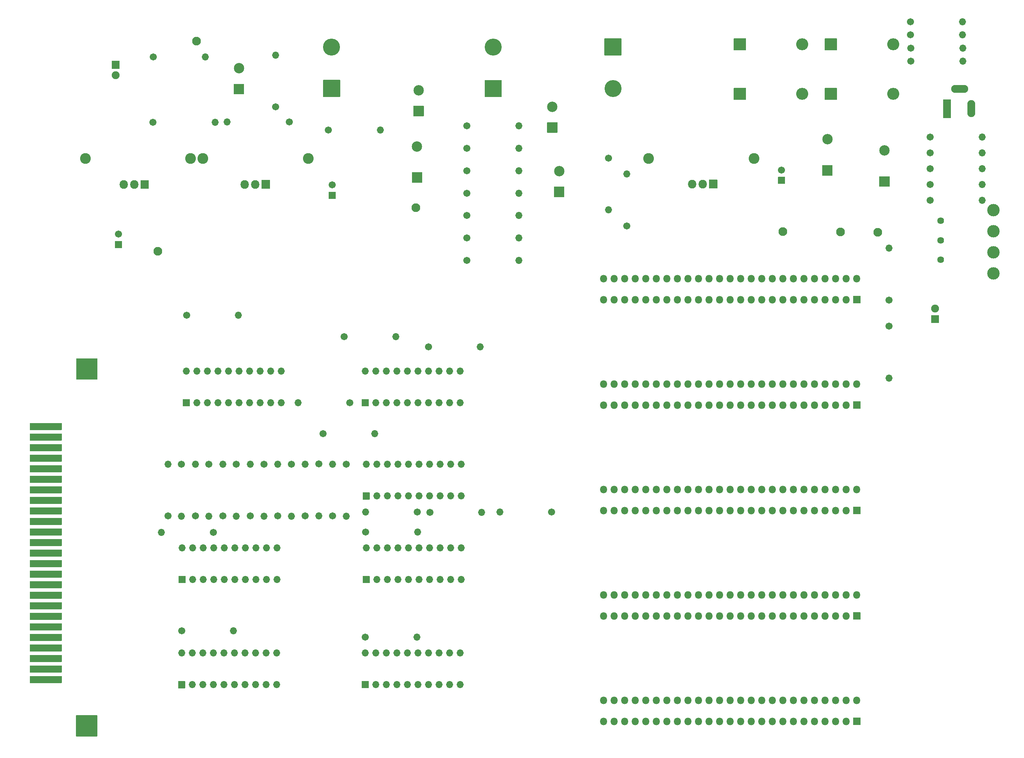
<source format=gbr>
G04 #@! TF.GenerationSoftware,KiCad,Pcbnew,5.1.8-5.1.8*
G04 #@! TF.CreationDate,2021-08-17T15:28:24-07:00*
G04 #@! TF.ProjectId,1090,31303930-2e6b-4696-9361-645f70636258,rev?*
G04 #@! TF.SameCoordinates,Original*
G04 #@! TF.FileFunction,Soldermask,Top*
G04 #@! TF.FilePolarity,Negative*
%FSLAX46Y46*%
G04 Gerber Fmt 4.6, Leading zero omitted, Abs format (unit mm)*
G04 Created by KiCad (PCBNEW 5.1.8-5.1.8) date 2021-08-17 15:28:24*
%MOMM*%
%LPD*%
G01*
G04 APERTURE LIST*
%ADD10C,2.997600*%
%ADD11C,1.626000*%
%ADD12O,1.802000X1.802000*%
%ADD13C,2.602000*%
%ADD14O,4.102000X1.902000*%
%ADD15O,1.902000X4.102000*%
%ADD16C,1.702000*%
%ADD17O,1.702000X1.702000*%
%ADD18C,1.902000*%
%ADD19O,2.902000X2.902000*%
%ADD20C,4.102000*%
%ADD21C,2.502000*%
%ADD22O,2.007000X2.102000*%
%ADD23C,2.102000*%
G04 APERTURE END LIST*
D10*
X532511000Y-172720000D03*
X532511000Y-187960000D03*
X532511000Y-182880000D03*
X532511000Y-177800000D03*
D11*
X519811000Y-184660001D03*
X519811000Y-179960001D03*
X519811000Y-175260000D03*
D12*
X438650000Y-290810000D03*
X438650000Y-295890000D03*
X441190000Y-290810000D03*
X441190000Y-295890000D03*
X443730000Y-290810000D03*
X443730000Y-295890000D03*
X446270000Y-290810000D03*
X446270000Y-295890000D03*
X448810000Y-290810000D03*
X448810000Y-295890000D03*
X451350000Y-290810000D03*
X451350000Y-295890000D03*
X453890000Y-290810000D03*
X453890000Y-295890000D03*
X456430000Y-290810000D03*
X456430000Y-295890000D03*
X458970000Y-290810000D03*
X458970000Y-295890000D03*
X461510000Y-290810000D03*
X461510000Y-295890000D03*
X464050000Y-290810000D03*
X464050000Y-295890000D03*
X466590000Y-290810000D03*
X466590000Y-295890000D03*
X469130000Y-290810000D03*
X469130000Y-295890000D03*
X471670000Y-290810000D03*
X471670000Y-295890000D03*
X474210000Y-290810000D03*
X474210000Y-295890000D03*
X476750000Y-290810000D03*
X476750000Y-295890000D03*
X479290000Y-290810000D03*
X479290000Y-295890000D03*
X481830000Y-290810000D03*
X481830000Y-295890000D03*
X484370000Y-290810000D03*
X484370000Y-295890000D03*
X486910000Y-290810000D03*
X486910000Y-295890000D03*
X489450000Y-290810000D03*
X489450000Y-295890000D03*
X491990000Y-290810000D03*
X491990000Y-295890000D03*
X494530000Y-290810000D03*
X494530000Y-295890000D03*
X497070000Y-290810000D03*
X497070000Y-295890000D03*
X499610000Y-290810000D03*
G36*
G01*
X498760000Y-294989000D02*
X500460000Y-294989000D01*
G75*
G02*
X500511000Y-295040000I0J-51000D01*
G01*
X500511000Y-296740000D01*
G75*
G02*
X500460000Y-296791000I-51000J0D01*
G01*
X498760000Y-296791000D01*
G75*
G02*
X498709000Y-296740000I0J51000D01*
G01*
X498709000Y-295040000D01*
G75*
G02*
X498760000Y-294989000I51000J0D01*
G01*
G37*
X438650000Y-189200000D03*
X438650000Y-194280000D03*
X441190000Y-189200000D03*
X441190000Y-194280000D03*
X443730000Y-189200000D03*
X443730000Y-194280000D03*
X446270000Y-189200000D03*
X446270000Y-194280000D03*
X448810000Y-189200000D03*
X448810000Y-194280000D03*
X451350000Y-189200000D03*
X451350000Y-194280000D03*
X453890000Y-189200000D03*
X453890000Y-194280000D03*
X456430000Y-189200000D03*
X456430000Y-194280000D03*
X458970000Y-189200000D03*
X458970000Y-194280000D03*
X461510000Y-189200000D03*
X461510000Y-194280000D03*
X464050000Y-189200000D03*
X464050000Y-194280000D03*
X466590000Y-189200000D03*
X466590000Y-194280000D03*
X469130000Y-189200000D03*
X469130000Y-194280000D03*
X471670000Y-189200000D03*
X471670000Y-194280000D03*
X474210000Y-189200000D03*
X474210000Y-194280000D03*
X476750000Y-189200000D03*
X476750000Y-194280000D03*
X479290000Y-189200000D03*
X479290000Y-194280000D03*
X481830000Y-189200000D03*
X481830000Y-194280000D03*
X484370000Y-189200000D03*
X484370000Y-194280000D03*
X486910000Y-189200000D03*
X486910000Y-194280000D03*
X489450000Y-189200000D03*
X489450000Y-194280000D03*
X491990000Y-189200000D03*
X491990000Y-194280000D03*
X494530000Y-189200000D03*
X494530000Y-194280000D03*
X497070000Y-189200000D03*
X497070000Y-194280000D03*
X499610000Y-189200000D03*
G36*
G01*
X498760000Y-193379000D02*
X500460000Y-193379000D01*
G75*
G02*
X500511000Y-193430000I0J-51000D01*
G01*
X500511000Y-195130000D01*
G75*
G02*
X500460000Y-195181000I-51000J0D01*
G01*
X498760000Y-195181000D01*
G75*
G02*
X498709000Y-195130000I0J51000D01*
G01*
X498709000Y-193430000D01*
G75*
G02*
X498760000Y-193379000I51000J0D01*
G01*
G37*
X438660000Y-214610000D03*
X438660000Y-219690000D03*
X441200000Y-214610000D03*
X441200000Y-219690000D03*
X443740000Y-214610000D03*
X443740000Y-219690000D03*
X446280000Y-214610000D03*
X446280000Y-219690000D03*
X448820000Y-214610000D03*
X448820000Y-219690000D03*
X451360000Y-214610000D03*
X451360000Y-219690000D03*
X453900000Y-214610000D03*
X453900000Y-219690000D03*
X456440000Y-214610000D03*
X456440000Y-219690000D03*
X458980000Y-214610000D03*
X458980000Y-219690000D03*
X461520000Y-214610000D03*
X461520000Y-219690000D03*
X464060000Y-214610000D03*
X464060000Y-219690000D03*
X466600000Y-214610000D03*
X466600000Y-219690000D03*
X469140000Y-214610000D03*
X469140000Y-219690000D03*
X471680000Y-214610000D03*
X471680000Y-219690000D03*
X474220000Y-214610000D03*
X474220000Y-219690000D03*
X476760000Y-214610000D03*
X476760000Y-219690000D03*
X479300000Y-214610000D03*
X479300000Y-219690000D03*
X481840000Y-214610000D03*
X481840000Y-219690000D03*
X484380000Y-214610000D03*
X484380000Y-219690000D03*
X486920000Y-214610000D03*
X486920000Y-219690000D03*
X489460000Y-214610000D03*
X489460000Y-219690000D03*
X492000000Y-214610000D03*
X492000000Y-219690000D03*
X494540000Y-214610000D03*
X494540000Y-219690000D03*
X497080000Y-214610000D03*
X497080000Y-219690000D03*
X499620000Y-214610000D03*
G36*
G01*
X498770000Y-218789000D02*
X500470000Y-218789000D01*
G75*
G02*
X500521000Y-218840000I0J-51000D01*
G01*
X500521000Y-220540000D01*
G75*
G02*
X500470000Y-220591000I-51000J0D01*
G01*
X498770000Y-220591000D01*
G75*
G02*
X498719000Y-220540000I0J51000D01*
G01*
X498719000Y-218840000D01*
G75*
G02*
X498770000Y-218789000I51000J0D01*
G01*
G37*
X438660000Y-240000000D03*
X438660000Y-245080000D03*
X441200000Y-240000000D03*
X441200000Y-245080000D03*
X443740000Y-240000000D03*
X443740000Y-245080000D03*
X446280000Y-240000000D03*
X446280000Y-245080000D03*
X448820000Y-240000000D03*
X448820000Y-245080000D03*
X451360000Y-240000000D03*
X451360000Y-245080000D03*
X453900000Y-240000000D03*
X453900000Y-245080000D03*
X456440000Y-240000000D03*
X456440000Y-245080000D03*
X458980000Y-240000000D03*
X458980000Y-245080000D03*
X461520000Y-240000000D03*
X461520000Y-245080000D03*
X464060000Y-240000000D03*
X464060000Y-245080000D03*
X466600000Y-240000000D03*
X466600000Y-245080000D03*
X469140000Y-240000000D03*
X469140000Y-245080000D03*
X471680000Y-240000000D03*
X471680000Y-245080000D03*
X474220000Y-240000000D03*
X474220000Y-245080000D03*
X476760000Y-240000000D03*
X476760000Y-245080000D03*
X479300000Y-240000000D03*
X479300000Y-245080000D03*
X481840000Y-240000000D03*
X481840000Y-245080000D03*
X484380000Y-240000000D03*
X484380000Y-245080000D03*
X486920000Y-240000000D03*
X486920000Y-245080000D03*
X489460000Y-240000000D03*
X489460000Y-245080000D03*
X492000000Y-240000000D03*
X492000000Y-245080000D03*
X494540000Y-240000000D03*
X494540000Y-245080000D03*
X497080000Y-240000000D03*
X497080000Y-245080000D03*
X499620000Y-240000000D03*
G36*
G01*
X498770000Y-244179000D02*
X500470000Y-244179000D01*
G75*
G02*
X500521000Y-244230000I0J-51000D01*
G01*
X500521000Y-245930000D01*
G75*
G02*
X500470000Y-245981000I-51000J0D01*
G01*
X498770000Y-245981000D01*
G75*
G02*
X498719000Y-245930000I0J51000D01*
G01*
X498719000Y-244230000D01*
G75*
G02*
X498770000Y-244179000I51000J0D01*
G01*
G37*
X438640000Y-265410000D03*
X438640000Y-270490000D03*
X441180000Y-265410000D03*
X441180000Y-270490000D03*
X443720000Y-265410000D03*
X443720000Y-270490000D03*
X446260000Y-265410000D03*
X446260000Y-270490000D03*
X448800000Y-265410000D03*
X448800000Y-270490000D03*
X451340000Y-265410000D03*
X451340000Y-270490000D03*
X453880000Y-265410000D03*
X453880000Y-270490000D03*
X456420000Y-265410000D03*
X456420000Y-270490000D03*
X458960000Y-265410000D03*
X458960000Y-270490000D03*
X461500000Y-265410000D03*
X461500000Y-270490000D03*
X464040000Y-265410000D03*
X464040000Y-270490000D03*
X466580000Y-265410000D03*
X466580000Y-270490000D03*
X469120000Y-265410000D03*
X469120000Y-270490000D03*
X471660000Y-265410000D03*
X471660000Y-270490000D03*
X474200000Y-265410000D03*
X474200000Y-270490000D03*
X476740000Y-265410000D03*
X476740000Y-270490000D03*
X479280000Y-265410000D03*
X479280000Y-270490000D03*
X481820000Y-265410000D03*
X481820000Y-270490000D03*
X484360000Y-265410000D03*
X484360000Y-270490000D03*
X486900000Y-265410000D03*
X486900000Y-270490000D03*
X489440000Y-265410000D03*
X489440000Y-270490000D03*
X491980000Y-265410000D03*
X491980000Y-270490000D03*
X494520000Y-265410000D03*
X494520000Y-270490000D03*
X497060000Y-265410000D03*
X497060000Y-270490000D03*
X499600000Y-265410000D03*
G36*
G01*
X498750000Y-269589000D02*
X500450000Y-269589000D01*
G75*
G02*
X500501000Y-269640000I0J-51000D01*
G01*
X500501000Y-271340000D01*
G75*
G02*
X500450000Y-271391000I-51000J0D01*
G01*
X498750000Y-271391000D01*
G75*
G02*
X498699000Y-271340000I0J51000D01*
G01*
X498699000Y-269640000D01*
G75*
G02*
X498750000Y-269589000I51000J0D01*
G01*
G37*
D13*
X474840000Y-160280000D03*
X449460000Y-160280000D03*
X367490000Y-160280000D03*
X313860000Y-160280000D03*
X342120000Y-160280000D03*
X339150000Y-160280000D03*
G36*
G01*
X308100000Y-240913000D02*
X300480000Y-240913000D01*
G75*
G02*
X300429000Y-240862000I0J51000D01*
G01*
X300429000Y-239338000D01*
G75*
G02*
X300480000Y-239287000I51000J0D01*
G01*
X308100000Y-239287000D01*
G75*
G02*
X308151000Y-239338000I0J-51000D01*
G01*
X308151000Y-240862000D01*
G75*
G02*
X308100000Y-240913000I-51000J0D01*
G01*
G37*
G36*
G01*
X308100000Y-248533000D02*
X300480000Y-248533000D01*
G75*
G02*
X300429000Y-248482000I0J51000D01*
G01*
X300429000Y-246958000D01*
G75*
G02*
X300480000Y-246907000I51000J0D01*
G01*
X308100000Y-246907000D01*
G75*
G02*
X308151000Y-246958000I0J-51000D01*
G01*
X308151000Y-248482000D01*
G75*
G02*
X308100000Y-248533000I-51000J0D01*
G01*
G37*
G36*
G01*
X308100000Y-238373000D02*
X300480000Y-238373000D01*
G75*
G02*
X300429000Y-238322000I0J51000D01*
G01*
X300429000Y-236798000D01*
G75*
G02*
X300480000Y-236747000I51000J0D01*
G01*
X308100000Y-236747000D01*
G75*
G02*
X308151000Y-236798000I0J-51000D01*
G01*
X308151000Y-238322000D01*
G75*
G02*
X308100000Y-238373000I-51000J0D01*
G01*
G37*
G36*
G01*
X308100000Y-243453000D02*
X300480000Y-243453000D01*
G75*
G02*
X300429000Y-243402000I0J51000D01*
G01*
X300429000Y-241878000D01*
G75*
G02*
X300480000Y-241827000I51000J0D01*
G01*
X308100000Y-241827000D01*
G75*
G02*
X308151000Y-241878000I0J-51000D01*
G01*
X308151000Y-243402000D01*
G75*
G02*
X308100000Y-243453000I-51000J0D01*
G01*
G37*
G36*
G01*
X308100000Y-245993000D02*
X300480000Y-245993000D01*
G75*
G02*
X300429000Y-245942000I0J51000D01*
G01*
X300429000Y-244418000D01*
G75*
G02*
X300480000Y-244367000I51000J0D01*
G01*
X308100000Y-244367000D01*
G75*
G02*
X308151000Y-244418000I0J-51000D01*
G01*
X308151000Y-245942000D01*
G75*
G02*
X308100000Y-245993000I-51000J0D01*
G01*
G37*
G36*
G01*
X308100000Y-233293000D02*
X300480000Y-233293000D01*
G75*
G02*
X300429000Y-233242000I0J51000D01*
G01*
X300429000Y-231718000D01*
G75*
G02*
X300480000Y-231667000I51000J0D01*
G01*
X308100000Y-231667000D01*
G75*
G02*
X308151000Y-231718000I0J-51000D01*
G01*
X308151000Y-233242000D01*
G75*
G02*
X308100000Y-233293000I-51000J0D01*
G01*
G37*
G36*
G01*
X308100000Y-230753000D02*
X300480000Y-230753000D01*
G75*
G02*
X300429000Y-230702000I0J51000D01*
G01*
X300429000Y-229178000D01*
G75*
G02*
X300480000Y-229127000I51000J0D01*
G01*
X308100000Y-229127000D01*
G75*
G02*
X308151000Y-229178000I0J-51000D01*
G01*
X308151000Y-230702000D01*
G75*
G02*
X308100000Y-230753000I-51000J0D01*
G01*
G37*
G36*
G01*
X308100000Y-225673000D02*
X300480000Y-225673000D01*
G75*
G02*
X300429000Y-225622000I0J51000D01*
G01*
X300429000Y-224098000D01*
G75*
G02*
X300480000Y-224047000I51000J0D01*
G01*
X308100000Y-224047000D01*
G75*
G02*
X308151000Y-224098000I0J-51000D01*
G01*
X308151000Y-225622000D01*
G75*
G02*
X308100000Y-225673000I-51000J0D01*
G01*
G37*
G36*
G01*
X308100000Y-235833000D02*
X300480000Y-235833000D01*
G75*
G02*
X300429000Y-235782000I0J51000D01*
G01*
X300429000Y-234258000D01*
G75*
G02*
X300480000Y-234207000I51000J0D01*
G01*
X308100000Y-234207000D01*
G75*
G02*
X308151000Y-234258000I0J-51000D01*
G01*
X308151000Y-235782000D01*
G75*
G02*
X308100000Y-235833000I-51000J0D01*
G01*
G37*
G36*
G01*
X308100000Y-228213000D02*
X300480000Y-228213000D01*
G75*
G02*
X300429000Y-228162000I0J51000D01*
G01*
X300429000Y-226638000D01*
G75*
G02*
X300480000Y-226587000I51000J0D01*
G01*
X308100000Y-226587000D01*
G75*
G02*
X308151000Y-226638000I0J-51000D01*
G01*
X308151000Y-228162000D01*
G75*
G02*
X308100000Y-228213000I-51000J0D01*
G01*
G37*
G36*
G01*
X308100000Y-286633000D02*
X300480000Y-286633000D01*
G75*
G02*
X300429000Y-286582000I0J51000D01*
G01*
X300429000Y-285058000D01*
G75*
G02*
X300480000Y-285007000I51000J0D01*
G01*
X308100000Y-285007000D01*
G75*
G02*
X308151000Y-285058000I0J-51000D01*
G01*
X308151000Y-286582000D01*
G75*
G02*
X308100000Y-286633000I-51000J0D01*
G01*
G37*
G36*
G01*
X308100000Y-284093000D02*
X300480000Y-284093000D01*
G75*
G02*
X300429000Y-284042000I0J51000D01*
G01*
X300429000Y-282518000D01*
G75*
G02*
X300480000Y-282467000I51000J0D01*
G01*
X308100000Y-282467000D01*
G75*
G02*
X308151000Y-282518000I0J-51000D01*
G01*
X308151000Y-284042000D01*
G75*
G02*
X308100000Y-284093000I-51000J0D01*
G01*
G37*
G36*
G01*
X308100000Y-281553000D02*
X300480000Y-281553000D01*
G75*
G02*
X300429000Y-281502000I0J51000D01*
G01*
X300429000Y-279978000D01*
G75*
G02*
X300480000Y-279927000I51000J0D01*
G01*
X308100000Y-279927000D01*
G75*
G02*
X308151000Y-279978000I0J-51000D01*
G01*
X308151000Y-281502000D01*
G75*
G02*
X308100000Y-281553000I-51000J0D01*
G01*
G37*
G36*
G01*
X308100000Y-279013000D02*
X300480000Y-279013000D01*
G75*
G02*
X300429000Y-278962000I0J51000D01*
G01*
X300429000Y-277438000D01*
G75*
G02*
X300480000Y-277387000I51000J0D01*
G01*
X308100000Y-277387000D01*
G75*
G02*
X308151000Y-277438000I0J-51000D01*
G01*
X308151000Y-278962000D01*
G75*
G02*
X308100000Y-279013000I-51000J0D01*
G01*
G37*
G36*
G01*
X308100000Y-276473000D02*
X300480000Y-276473000D01*
G75*
G02*
X300429000Y-276422000I0J51000D01*
G01*
X300429000Y-274898000D01*
G75*
G02*
X300480000Y-274847000I51000J0D01*
G01*
X308100000Y-274847000D01*
G75*
G02*
X308151000Y-274898000I0J-51000D01*
G01*
X308151000Y-276422000D01*
G75*
G02*
X308100000Y-276473000I-51000J0D01*
G01*
G37*
G36*
G01*
X308100000Y-273933000D02*
X300480000Y-273933000D01*
G75*
G02*
X300429000Y-273882000I0J51000D01*
G01*
X300429000Y-272358000D01*
G75*
G02*
X300480000Y-272307000I51000J0D01*
G01*
X308100000Y-272307000D01*
G75*
G02*
X308151000Y-272358000I0J-51000D01*
G01*
X308151000Y-273882000D01*
G75*
G02*
X308100000Y-273933000I-51000J0D01*
G01*
G37*
G36*
G01*
X308100000Y-271393000D02*
X300480000Y-271393000D01*
G75*
G02*
X300429000Y-271342000I0J51000D01*
G01*
X300429000Y-269818000D01*
G75*
G02*
X300480000Y-269767000I51000J0D01*
G01*
X308100000Y-269767000D01*
G75*
G02*
X308151000Y-269818000I0J-51000D01*
G01*
X308151000Y-271342000D01*
G75*
G02*
X308100000Y-271393000I-51000J0D01*
G01*
G37*
G36*
G01*
X308100000Y-268853000D02*
X300480000Y-268853000D01*
G75*
G02*
X300429000Y-268802000I0J51000D01*
G01*
X300429000Y-267278000D01*
G75*
G02*
X300480000Y-267227000I51000J0D01*
G01*
X308100000Y-267227000D01*
G75*
G02*
X308151000Y-267278000I0J-51000D01*
G01*
X308151000Y-268802000D01*
G75*
G02*
X308100000Y-268853000I-51000J0D01*
G01*
G37*
G36*
G01*
X308100000Y-266313000D02*
X300480000Y-266313000D01*
G75*
G02*
X300429000Y-266262000I0J51000D01*
G01*
X300429000Y-264738000D01*
G75*
G02*
X300480000Y-264687000I51000J0D01*
G01*
X308100000Y-264687000D01*
G75*
G02*
X308151000Y-264738000I0J-51000D01*
G01*
X308151000Y-266262000D01*
G75*
G02*
X308100000Y-266313000I-51000J0D01*
G01*
G37*
G36*
G01*
X308100000Y-263773000D02*
X300480000Y-263773000D01*
G75*
G02*
X300429000Y-263722000I0J51000D01*
G01*
X300429000Y-262198000D01*
G75*
G02*
X300480000Y-262147000I51000J0D01*
G01*
X308100000Y-262147000D01*
G75*
G02*
X308151000Y-262198000I0J-51000D01*
G01*
X308151000Y-263722000D01*
G75*
G02*
X308100000Y-263773000I-51000J0D01*
G01*
G37*
G36*
G01*
X308100000Y-261233000D02*
X300480000Y-261233000D01*
G75*
G02*
X300429000Y-261182000I0J51000D01*
G01*
X300429000Y-259658000D01*
G75*
G02*
X300480000Y-259607000I51000J0D01*
G01*
X308100000Y-259607000D01*
G75*
G02*
X308151000Y-259658000I0J-51000D01*
G01*
X308151000Y-261182000D01*
G75*
G02*
X308100000Y-261233000I-51000J0D01*
G01*
G37*
G36*
G01*
X308100000Y-258693000D02*
X300480000Y-258693000D01*
G75*
G02*
X300429000Y-258642000I0J51000D01*
G01*
X300429000Y-257118000D01*
G75*
G02*
X300480000Y-257067000I51000J0D01*
G01*
X308100000Y-257067000D01*
G75*
G02*
X308151000Y-257118000I0J-51000D01*
G01*
X308151000Y-258642000D01*
G75*
G02*
X308100000Y-258693000I-51000J0D01*
G01*
G37*
G36*
G01*
X308100000Y-256153000D02*
X300480000Y-256153000D01*
G75*
G02*
X300429000Y-256102000I0J51000D01*
G01*
X300429000Y-254578000D01*
G75*
G02*
X300480000Y-254527000I51000J0D01*
G01*
X308100000Y-254527000D01*
G75*
G02*
X308151000Y-254578000I0J-51000D01*
G01*
X308151000Y-256102000D01*
G75*
G02*
X308100000Y-256153000I-51000J0D01*
G01*
G37*
G36*
G01*
X308100000Y-253613000D02*
X300480000Y-253613000D01*
G75*
G02*
X300429000Y-253562000I0J51000D01*
G01*
X300429000Y-252038000D01*
G75*
G02*
X300480000Y-251987000I51000J0D01*
G01*
X308100000Y-251987000D01*
G75*
G02*
X308151000Y-252038000I0J-51000D01*
G01*
X308151000Y-253562000D01*
G75*
G02*
X308100000Y-253613000I-51000J0D01*
G01*
G37*
G36*
G01*
X308100000Y-251073000D02*
X300480000Y-251073000D01*
G75*
G02*
X300429000Y-251022000I0J51000D01*
G01*
X300429000Y-249498000D01*
G75*
G02*
X300480000Y-249447000I51000J0D01*
G01*
X308100000Y-249447000D01*
G75*
G02*
X308151000Y-249498000I0J-51000D01*
G01*
X308151000Y-251022000D01*
G75*
G02*
X308100000Y-251073000I-51000J0D01*
G01*
G37*
D14*
X524357000Y-143469000D03*
D15*
X527157000Y-148269000D03*
G36*
G01*
X522257000Y-150520000D02*
X520457000Y-150520000D01*
G75*
G02*
X520406000Y-150469000I0J51000D01*
G01*
X520406000Y-146069000D01*
G75*
G02*
X520457000Y-146018000I51000J0D01*
G01*
X522257000Y-146018000D01*
G75*
G02*
X522308000Y-146069000I0J-51000D01*
G01*
X522308000Y-150469000D01*
G75*
G02*
X522257000Y-150520000I-51000J0D01*
G01*
G37*
D16*
X393780000Y-245470000D03*
D17*
X381280000Y-245470000D03*
D18*
X321115000Y-140241000D03*
G36*
G01*
X320215000Y-136750000D02*
X322015000Y-136750000D01*
G75*
G02*
X322066000Y-136801000I0J-51000D01*
G01*
X322066000Y-138601000D01*
G75*
G02*
X322015000Y-138652000I-51000J0D01*
G01*
X320215000Y-138652000D01*
G75*
G02*
X320164000Y-138601000I0J51000D01*
G01*
X320164000Y-136801000D01*
G75*
G02*
X320215000Y-136750000I51000J0D01*
G01*
G37*
X518483000Y-196425000D03*
G36*
G01*
X519383000Y-199916000D02*
X517583000Y-199916000D01*
G75*
G02*
X517532000Y-199865000I0J51000D01*
G01*
X517532000Y-198065000D01*
G75*
G02*
X517583000Y-198014000I51000J0D01*
G01*
X519383000Y-198014000D01*
G75*
G02*
X519434000Y-198065000I0J-51000D01*
G01*
X519434000Y-199865000D01*
G75*
G02*
X519383000Y-199916000I-51000J0D01*
G01*
G37*
D19*
X508364000Y-132777000D03*
G36*
G01*
X491913000Y-134167000D02*
X491913000Y-131367000D01*
G75*
G02*
X491964000Y-131316000I51000J0D01*
G01*
X494764000Y-131316000D01*
G75*
G02*
X494815000Y-131367000I0J-51000D01*
G01*
X494815000Y-134167000D01*
G75*
G02*
X494764000Y-134218000I-51000J0D01*
G01*
X491964000Y-134218000D01*
G75*
G02*
X491913000Y-134167000I0J51000D01*
G01*
G37*
X486440000Y-132777000D03*
G36*
G01*
X469989000Y-134167000D02*
X469989000Y-131367000D01*
G75*
G02*
X470040000Y-131316000I51000J0D01*
G01*
X472840000Y-131316000D01*
G75*
G02*
X472891000Y-131367000I0J-51000D01*
G01*
X472891000Y-134167000D01*
G75*
G02*
X472840000Y-134218000I-51000J0D01*
G01*
X470040000Y-134218000D01*
G75*
G02*
X469989000Y-134167000I0J51000D01*
G01*
G37*
X508364000Y-144715000D03*
G36*
G01*
X491913000Y-146105000D02*
X491913000Y-143305000D01*
G75*
G02*
X491964000Y-143254000I51000J0D01*
G01*
X494764000Y-143254000D01*
G75*
G02*
X494815000Y-143305000I0J-51000D01*
G01*
X494815000Y-146105000D01*
G75*
G02*
X494764000Y-146156000I-51000J0D01*
G01*
X491964000Y-146156000D01*
G75*
G02*
X491913000Y-146105000I0J51000D01*
G01*
G37*
D16*
X439830000Y-160145000D03*
D17*
X439830000Y-172645000D03*
D16*
X512648000Y-133664000D03*
D17*
X525148000Y-133664000D03*
D16*
X517275000Y-162747000D03*
D17*
X529775000Y-162747000D03*
D16*
X512573000Y-127304000D03*
D17*
X525073000Y-127304000D03*
D16*
X336990000Y-274099000D03*
D17*
X349490000Y-274099000D03*
D16*
X344630000Y-250350000D03*
D17*
X332130000Y-250350000D03*
D16*
X338180000Y-198020000D03*
D17*
X350680000Y-198020000D03*
D16*
X381313000Y-250238999D03*
D17*
X393813000Y-250238999D03*
D16*
X377530000Y-219120000D03*
D17*
X365030000Y-219120000D03*
D16*
X517275000Y-170367000D03*
D17*
X529775000Y-170367000D03*
D16*
X517275000Y-155127000D03*
D17*
X529775000Y-155127000D03*
D16*
X376106000Y-203233000D03*
D17*
X388606000Y-203233000D03*
D16*
X381186000Y-275623000D03*
D17*
X393686000Y-275623000D03*
D20*
X440876000Y-143383000D03*
G36*
G01*
X438876000Y-131332000D02*
X442876000Y-131332000D01*
G75*
G02*
X442927000Y-131383000I0J-51000D01*
G01*
X442927000Y-135383000D01*
G75*
G02*
X442876000Y-135434000I-51000J0D01*
G01*
X438876000Y-135434000D01*
G75*
G02*
X438825000Y-135383000I0J51000D01*
G01*
X438825000Y-131383000D01*
G75*
G02*
X438876000Y-131332000I51000J0D01*
G01*
G37*
X373120000Y-133389000D03*
G36*
G01*
X375120000Y-145440000D02*
X371120000Y-145440000D01*
G75*
G02*
X371069000Y-145389000I0J51000D01*
G01*
X371069000Y-141389000D01*
G75*
G02*
X371120000Y-141338000I51000J0D01*
G01*
X375120000Y-141338000D01*
G75*
G02*
X375171000Y-141389000I0J-51000D01*
G01*
X375171000Y-145389000D01*
G75*
G02*
X375120000Y-145440000I-51000J0D01*
G01*
G37*
X412047000Y-133416000D03*
G36*
G01*
X414047000Y-145467000D02*
X410047000Y-145467000D01*
G75*
G02*
X409996000Y-145416000I0J51000D01*
G01*
X409996000Y-141416000D01*
G75*
G02*
X410047000Y-141365000I51000J0D01*
G01*
X414047000Y-141365000D01*
G75*
G02*
X414098000Y-141416000I0J-51000D01*
G01*
X414098000Y-145416000D01*
G75*
G02*
X414047000Y-145467000I-51000J0D01*
G01*
G37*
D21*
X492530000Y-155645000D03*
G36*
G01*
X493730000Y-164396000D02*
X491330000Y-164396000D01*
G75*
G02*
X491279000Y-164345000I0J51000D01*
G01*
X491279000Y-161945000D01*
G75*
G02*
X491330000Y-161894000I51000J0D01*
G01*
X493730000Y-161894000D01*
G75*
G02*
X493781000Y-161945000I0J-51000D01*
G01*
X493781000Y-164345000D01*
G75*
G02*
X493730000Y-164396000I-51000J0D01*
G01*
G37*
X506262000Y-158309000D03*
G36*
G01*
X507462000Y-167060000D02*
X505062000Y-167060000D01*
G75*
G02*
X505011000Y-167009000I0J51000D01*
G01*
X505011000Y-164609000D01*
G75*
G02*
X505062000Y-164558000I51000J0D01*
G01*
X507462000Y-164558000D01*
G75*
G02*
X507513000Y-164609000I0J-51000D01*
G01*
X507513000Y-167009000D01*
G75*
G02*
X507462000Y-167060000I-51000J0D01*
G01*
G37*
G36*
G01*
X311589000Y-213510000D02*
X311589000Y-208510000D01*
G75*
G02*
X311640000Y-208459000I51000J0D01*
G01*
X316640000Y-208459000D01*
G75*
G02*
X316691000Y-208510000I0J-51000D01*
G01*
X316691000Y-213510000D01*
G75*
G02*
X316640000Y-213561000I-51000J0D01*
G01*
X311640000Y-213561000D01*
G75*
G02*
X311589000Y-213510000I0J51000D01*
G01*
G37*
G36*
G01*
X382240000Y-262571000D02*
X380640000Y-262571000D01*
G75*
G02*
X380589000Y-262520000I0J51000D01*
G01*
X380589000Y-260920000D01*
G75*
G02*
X380640000Y-260869000I51000J0D01*
G01*
X382240000Y-260869000D01*
G75*
G02*
X382291000Y-260920000I0J-51000D01*
G01*
X382291000Y-262520000D01*
G75*
G02*
X382240000Y-262571000I-51000J0D01*
G01*
G37*
D17*
X404300000Y-254100000D03*
X383980000Y-261720000D03*
X401760000Y-254100000D03*
X386520000Y-261720000D03*
X399220000Y-254100000D03*
X389060000Y-261720000D03*
X396680000Y-254100000D03*
X391600000Y-261720000D03*
X394140000Y-254100000D03*
X394140000Y-261720000D03*
X391600000Y-254100000D03*
X396680000Y-261720000D03*
X389060000Y-254100000D03*
X399220000Y-261720000D03*
X386520000Y-254100000D03*
X401760000Y-261720000D03*
X383980000Y-254100000D03*
X404300000Y-261720000D03*
X381440000Y-254100000D03*
G36*
G01*
X381986000Y-219959000D02*
X380386000Y-219959000D01*
G75*
G02*
X380335000Y-219908000I0J51000D01*
G01*
X380335000Y-218308000D01*
G75*
G02*
X380386000Y-218257000I51000J0D01*
G01*
X381986000Y-218257000D01*
G75*
G02*
X382037000Y-218308000I0J-51000D01*
G01*
X382037000Y-219908000D01*
G75*
G02*
X381986000Y-219959000I-51000J0D01*
G01*
G37*
X404046000Y-211488000D03*
X383726000Y-219108000D03*
X401506000Y-211488000D03*
X386266000Y-219108000D03*
X398966000Y-211488000D03*
X388806000Y-219108000D03*
X396426000Y-211488000D03*
X391346000Y-219108000D03*
X393886000Y-211488000D03*
X393886000Y-219108000D03*
X391346000Y-211488000D03*
X396426000Y-219108000D03*
X388806000Y-211488000D03*
X398966000Y-219108000D03*
X386266000Y-211488000D03*
X401506000Y-219108000D03*
X383726000Y-211488000D03*
X404046000Y-219108000D03*
X381186000Y-211488000D03*
G36*
G01*
X311579000Y-299459000D02*
X311579000Y-294459000D01*
G75*
G02*
X311630000Y-294408000I51000J0D01*
G01*
X316630000Y-294408000D01*
G75*
G02*
X316681000Y-294459000I0J-51000D01*
G01*
X316681000Y-299459000D01*
G75*
G02*
X316630000Y-299510000I-51000J0D01*
G01*
X311630000Y-299510000D01*
G75*
G02*
X311579000Y-299459000I0J51000D01*
G01*
G37*
G36*
G01*
X482305000Y-166396000D02*
X480705000Y-166396000D01*
G75*
G02*
X480654000Y-166345000I0J51000D01*
G01*
X480654000Y-164745000D01*
G75*
G02*
X480705000Y-164694000I51000J0D01*
G01*
X482305000Y-164694000D01*
G75*
G02*
X482356000Y-164745000I0J-51000D01*
G01*
X482356000Y-166345000D01*
G75*
G02*
X482305000Y-166396000I-51000J0D01*
G01*
G37*
D16*
X481505000Y-163045000D03*
G36*
G01*
X352005000Y-144796000D02*
X349605000Y-144796000D01*
G75*
G02*
X349554000Y-144745000I0J51000D01*
G01*
X349554000Y-142345000D01*
G75*
G02*
X349605000Y-142294000I51000J0D01*
G01*
X352005000Y-142294000D01*
G75*
G02*
X352056000Y-142345000I0J-51000D01*
G01*
X352056000Y-144745000D01*
G75*
G02*
X352005000Y-144796000I-51000J0D01*
G01*
G37*
D21*
X350805000Y-138545000D03*
D16*
X507405000Y-194370000D03*
D17*
X507405000Y-181870000D03*
D16*
X507355000Y-200695000D03*
D17*
X507355000Y-213195000D03*
D16*
X330194000Y-135769000D03*
D17*
X342694000Y-135769000D03*
D16*
X396426000Y-205646000D03*
D17*
X408926000Y-205646000D03*
D16*
X371026000Y-226537500D03*
D17*
X383526000Y-226537500D03*
D16*
X336980000Y-233920000D03*
D17*
X336980000Y-246420000D03*
D16*
X343580000Y-233920000D03*
D17*
X343580000Y-246420000D03*
D16*
X350180000Y-233920000D03*
D17*
X350180000Y-246420000D03*
D16*
X356802000Y-233920000D03*
D17*
X356802000Y-246420000D03*
D16*
X363430000Y-233920000D03*
D17*
X363430000Y-246420000D03*
D16*
X370030000Y-233870000D03*
D17*
X370030000Y-246370000D03*
D16*
X376614000Y-233920000D03*
D17*
X376614000Y-246420000D03*
D16*
X426110000Y-245430000D03*
D17*
X413610000Y-245430000D03*
X347955000Y-151495000D03*
D16*
X362955000Y-151495000D03*
X512573000Y-130459000D03*
D17*
X525073000Y-130459000D03*
D16*
X512648000Y-136819000D03*
D17*
X525148000Y-136819000D03*
D16*
X517275000Y-166557000D03*
D17*
X529775000Y-166557000D03*
D16*
X517275000Y-158937000D03*
D17*
X529775000Y-158937000D03*
X337075000Y-254082000D03*
X359935000Y-261702000D03*
X339615000Y-254082000D03*
X357395000Y-261702000D03*
X342155000Y-254082000D03*
X354855000Y-261702000D03*
X344695000Y-254082000D03*
X352315000Y-261702000D03*
X347235000Y-254082000D03*
X349775000Y-261702000D03*
X349775000Y-254082000D03*
X347235000Y-261702000D03*
X352315000Y-254082000D03*
X344695000Y-261702000D03*
X354855000Y-254082000D03*
X342155000Y-261702000D03*
X357395000Y-254082000D03*
X339615000Y-261702000D03*
X359935000Y-254082000D03*
G36*
G01*
X337875000Y-262553000D02*
X336275000Y-262553000D01*
G75*
G02*
X336224000Y-262502000I0J51000D01*
G01*
X336224000Y-260902000D01*
G75*
G02*
X336275000Y-260851000I51000J0D01*
G01*
X337875000Y-260851000D01*
G75*
G02*
X337926000Y-260902000I0J-51000D01*
G01*
X337926000Y-262502000D01*
G75*
G02*
X337875000Y-262553000I-51000J0D01*
G01*
G37*
X381186000Y-279392001D03*
X404046000Y-287012001D03*
X383726000Y-279392001D03*
X401506000Y-287012001D03*
X386266000Y-279392001D03*
X398966000Y-287012001D03*
X388806000Y-279392001D03*
X396426000Y-287012001D03*
X391346000Y-279392001D03*
X393886000Y-287012001D03*
X393886000Y-279392001D03*
X391346000Y-287012001D03*
X396426000Y-279392001D03*
X388806000Y-287012001D03*
X398966000Y-279392001D03*
X386266000Y-287012001D03*
X401506000Y-279392001D03*
X383726000Y-287012001D03*
X404046000Y-279392001D03*
G36*
G01*
X381986000Y-287863001D02*
X380386000Y-287863001D01*
G75*
G02*
X380335000Y-287812001I0J51000D01*
G01*
X380335000Y-286212001D01*
G75*
G02*
X380386000Y-286161001I51000J0D01*
G01*
X381986000Y-286161001D01*
G75*
G02*
X382037000Y-286212001I0J-51000D01*
G01*
X382037000Y-287812001D01*
G75*
G02*
X381986000Y-287863001I-51000J0D01*
G01*
G37*
X381440000Y-233967000D03*
X404300000Y-241587000D03*
X383980000Y-233967000D03*
X401760000Y-241587000D03*
X386520000Y-233967000D03*
X399220000Y-241587000D03*
X389060000Y-233967000D03*
X396680000Y-241587000D03*
X391600000Y-233967000D03*
X394140000Y-241587000D03*
X394140000Y-233967000D03*
X391600000Y-241587000D03*
X396680000Y-233967000D03*
X389060000Y-241587000D03*
X399220000Y-233967000D03*
X386520000Y-241587000D03*
X401760000Y-233967000D03*
X383980000Y-241587000D03*
X404300000Y-233967000D03*
G36*
G01*
X382240000Y-242438000D02*
X380640000Y-242438000D01*
G75*
G02*
X380589000Y-242387000I0J51000D01*
G01*
X380589000Y-240787000D01*
G75*
G02*
X380640000Y-240736000I51000J0D01*
G01*
X382240000Y-240736000D01*
G75*
G02*
X382291000Y-240787000I0J-51000D01*
G01*
X382291000Y-242387000D01*
G75*
G02*
X382240000Y-242438000I-51000J0D01*
G01*
G37*
G36*
G01*
X338891000Y-219959000D02*
X337291000Y-219959000D01*
G75*
G02*
X337240000Y-219908000I0J51000D01*
G01*
X337240000Y-218308000D01*
G75*
G02*
X337291000Y-218257000I51000J0D01*
G01*
X338891000Y-218257000D01*
G75*
G02*
X338942000Y-218308000I0J-51000D01*
G01*
X338942000Y-219908000D01*
G75*
G02*
X338891000Y-219959000I-51000J0D01*
G01*
G37*
X360951000Y-211488000D03*
X340631000Y-219108000D03*
X358411000Y-211488000D03*
X343171000Y-219108000D03*
X355871000Y-211488000D03*
X345711000Y-219108000D03*
X353331000Y-211488000D03*
X348251000Y-219108000D03*
X350791000Y-211488000D03*
X350791000Y-219108000D03*
X348251000Y-211488000D03*
X353331000Y-219108000D03*
X345711000Y-211488000D03*
X355871000Y-219108000D03*
X343171000Y-211488000D03*
X358411000Y-219108000D03*
X340631000Y-211488000D03*
X360951000Y-219108000D03*
X338091000Y-211488000D03*
D19*
X486440000Y-144715000D03*
G36*
G01*
X469989000Y-146105000D02*
X469989000Y-143305000D01*
G75*
G02*
X470040000Y-143254000I51000J0D01*
G01*
X472840000Y-143254000D01*
G75*
G02*
X472891000Y-143305000I0J-51000D01*
G01*
X472891000Y-146105000D01*
G75*
G02*
X472840000Y-146156000I-51000J0D01*
G01*
X470040000Y-146156000D01*
G75*
G02*
X469989000Y-146105000I0J51000D01*
G01*
G37*
G36*
G01*
X466033500Y-165420000D02*
X466033500Y-167420000D01*
G75*
G02*
X465982500Y-167471000I-51000J0D01*
G01*
X464077500Y-167471000D01*
G75*
G02*
X464026500Y-167420000I0J51000D01*
G01*
X464026500Y-165420000D01*
G75*
G02*
X464077500Y-165369000I51000J0D01*
G01*
X465982500Y-165369000D01*
G75*
G02*
X466033500Y-165420000I0J-51000D01*
G01*
G37*
D22*
X462490000Y-166420000D03*
X459950000Y-166420000D03*
G36*
G01*
X329103500Y-165530000D02*
X329103500Y-167530000D01*
G75*
G02*
X329052500Y-167581000I-51000J0D01*
G01*
X327147500Y-167581000D01*
G75*
G02*
X327096500Y-167530000I0J51000D01*
G01*
X327096500Y-165530000D01*
G75*
G02*
X327147500Y-165479000I51000J0D01*
G01*
X329052500Y-165479000D01*
G75*
G02*
X329103500Y-165530000I0J-51000D01*
G01*
G37*
X325560000Y-166530000D03*
X323020000Y-166530000D03*
X352180000Y-166500000D03*
X354720000Y-166500000D03*
G36*
G01*
X358263500Y-165500000D02*
X358263500Y-167500000D01*
G75*
G02*
X358212500Y-167551000I-51000J0D01*
G01*
X356307500Y-167551000D01*
G75*
G02*
X356256500Y-167500000I0J51000D01*
G01*
X356256500Y-165500000D01*
G75*
G02*
X356307500Y-165449000I51000J0D01*
G01*
X358212500Y-165449000D01*
G75*
G02*
X358263500Y-165500000I0J-51000D01*
G01*
G37*
D16*
X330067000Y-151517000D03*
D17*
X345067000Y-151517000D03*
X359658000Y-135334000D03*
D16*
X359658000Y-147834000D03*
D17*
X336996000Y-279433000D03*
X359856000Y-287053000D03*
X339536000Y-279433000D03*
X357316000Y-287053000D03*
X342076000Y-279433000D03*
X354776000Y-287053000D03*
X344616000Y-279433000D03*
X352236000Y-287053000D03*
X347156000Y-279433000D03*
X349696000Y-287053000D03*
X349696000Y-279433000D03*
X347156000Y-287053000D03*
X352236000Y-279433000D03*
X344616000Y-287053000D03*
X354776000Y-279433000D03*
X342076000Y-287053000D03*
X357316000Y-279433000D03*
X339536000Y-287053000D03*
X359856000Y-279433000D03*
G36*
G01*
X337796000Y-287904000D02*
X336196000Y-287904000D01*
G75*
G02*
X336145000Y-287853000I0J51000D01*
G01*
X336145000Y-286253000D01*
G75*
G02*
X336196000Y-286202000I51000J0D01*
G01*
X337796000Y-286202000D01*
G75*
G02*
X337847000Y-286253000I0J-51000D01*
G01*
X337847000Y-287853000D01*
G75*
G02*
X337796000Y-287904000I-51000J0D01*
G01*
G37*
D21*
X394075000Y-143850000D03*
G36*
G01*
X395275000Y-150101000D02*
X392875000Y-150101000D01*
G75*
G02*
X392824000Y-150050000I0J51000D01*
G01*
X392824000Y-147650000D01*
G75*
G02*
X392875000Y-147599000I51000J0D01*
G01*
X395275000Y-147599000D01*
G75*
G02*
X395326000Y-147650000I0J-51000D01*
G01*
X395326000Y-150050000D01*
G75*
G02*
X395275000Y-150101000I-51000J0D01*
G01*
G37*
G36*
G01*
X427471000Y-154065000D02*
X425071000Y-154065000D01*
G75*
G02*
X425020000Y-154014000I0J51000D01*
G01*
X425020000Y-151614000D01*
G75*
G02*
X425071000Y-151563000I51000J0D01*
G01*
X427471000Y-151563000D01*
G75*
G02*
X427522000Y-151614000I0J-51000D01*
G01*
X427522000Y-154014000D01*
G75*
G02*
X427471000Y-154065000I-51000J0D01*
G01*
G37*
X426271000Y-147814000D03*
X427922000Y-163308000D03*
G36*
G01*
X429122000Y-169559000D02*
X426722000Y-169559000D01*
G75*
G02*
X426671000Y-169508000I0J51000D01*
G01*
X426671000Y-167108000D01*
G75*
G02*
X426722000Y-167057000I51000J0D01*
G01*
X429122000Y-167057000D01*
G75*
G02*
X429173000Y-167108000I0J-51000D01*
G01*
X429173000Y-169508000D01*
G75*
G02*
X429122000Y-169559000I-51000J0D01*
G01*
G37*
G36*
G01*
X394894000Y-166103000D02*
X392494000Y-166103000D01*
G75*
G02*
X392443000Y-166052000I0J51000D01*
G01*
X392443000Y-163652000D01*
G75*
G02*
X392494000Y-163601000I51000J0D01*
G01*
X394894000Y-163601000D01*
G75*
G02*
X394945000Y-163652000I0J-51000D01*
G01*
X394945000Y-166052000D01*
G75*
G02*
X394894000Y-166103000I-51000J0D01*
G01*
G37*
X393694000Y-157352000D03*
G36*
G01*
X374060000Y-170011000D02*
X372460000Y-170011000D01*
G75*
G02*
X372409000Y-169960000I0J51000D01*
G01*
X372409000Y-168360000D01*
G75*
G02*
X372460000Y-168309000I51000J0D01*
G01*
X374060000Y-168309000D01*
G75*
G02*
X374111000Y-168360000I0J-51000D01*
G01*
X374111000Y-169960000D01*
G75*
G02*
X374060000Y-170011000I-51000J0D01*
G01*
G37*
D16*
X373260000Y-166660000D03*
X321750000Y-178508000D03*
G36*
G01*
X322550000Y-181859000D02*
X320950000Y-181859000D01*
G75*
G02*
X320899000Y-181808000I0J51000D01*
G01*
X320899000Y-180208000D01*
G75*
G02*
X320950000Y-180157000I51000J0D01*
G01*
X322550000Y-180157000D01*
G75*
G02*
X322601000Y-180208000I0J-51000D01*
G01*
X322601000Y-181808000D01*
G75*
G02*
X322550000Y-181859000I-51000J0D01*
G01*
G37*
D17*
X384858000Y-153422000D03*
D16*
X372358000Y-153422000D03*
D17*
X444255000Y-164020000D03*
D16*
X444255000Y-176520000D03*
D17*
X418197000Y-184818000D03*
D16*
X405697000Y-184818000D03*
D17*
X418197000Y-152433000D03*
D16*
X405697000Y-152433000D03*
X405697000Y-179420500D03*
D17*
X418197000Y-179420500D03*
D16*
X405697000Y-157830500D03*
D17*
X418197000Y-157830500D03*
D16*
X405697000Y-168625500D03*
D17*
X418197000Y-168625500D03*
D16*
X405697000Y-163228000D03*
D17*
X418197000Y-163228000D03*
D16*
X405697000Y-174023000D03*
D17*
X418197000Y-174023000D03*
D16*
X333688000Y-246413000D03*
D17*
X333688000Y-233913000D03*
X340292000Y-233913000D03*
D16*
X340292000Y-246413000D03*
X346896000Y-246413000D03*
D17*
X346896000Y-233913000D03*
X353500000Y-233913000D03*
D16*
X353500000Y-246413000D03*
X360104000Y-246413000D03*
D17*
X360104000Y-233913000D03*
X366708000Y-233913000D03*
D16*
X366708000Y-246413000D03*
D17*
X373312000Y-233913000D03*
D16*
X373312000Y-246413000D03*
D17*
X409280000Y-245513000D03*
D16*
X396780000Y-245513000D03*
D23*
X393440000Y-172091000D03*
X495680000Y-177930000D03*
X331275000Y-182620000D03*
X481850000Y-177920000D03*
X340608000Y-131959000D03*
X504690000Y-178070000D03*
M02*

</source>
